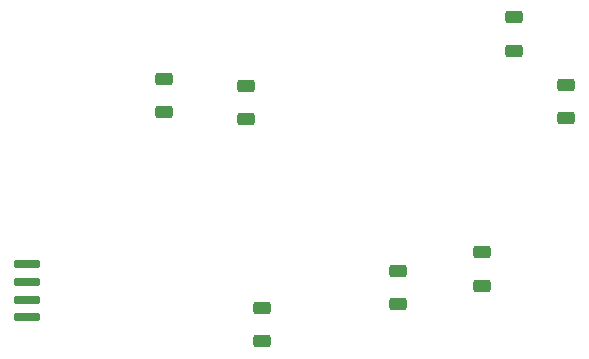
<source format=gbr>
%TF.GenerationSoftware,Altium Limited,Altium Designer,23.9.2 (47)*%
G04 Layer_Color=128*
%FSLAX45Y45*%
%MOMM*%
%TF.SameCoordinates,F1AFF133-CB08-443C-B5AD-2193434A7FAF*%
%TF.FilePolarity,Positive*%
%TF.FileFunction,Paste,Bot*%
%TF.Part,Single*%
G01*
G75*
%TA.AperFunction,SMDPad,CuDef*%
G04:AMPARAMS|DCode=107|XSize=2.2mm|YSize=0.7mm|CornerRadius=0.175mm|HoleSize=0mm|Usage=FLASHONLY|Rotation=180.000|XOffset=0mm|YOffset=0mm|HoleType=Round|Shape=RoundedRectangle|*
%AMROUNDEDRECTD107*
21,1,2.20000,0.35000,0,0,180.0*
21,1,1.85000,0.70000,0,0,180.0*
1,1,0.35000,-0.92500,0.17500*
1,1,0.35000,0.92500,0.17500*
1,1,0.35000,0.92500,-0.17500*
1,1,0.35000,-0.92500,-0.17500*
%
%ADD107ROUNDEDRECTD107*%
G04:AMPARAMS|DCode=133|XSize=1.45862mm|YSize=1.05862mm|CornerRadius=0.21681mm|HoleSize=0mm|Usage=FLASHONLY|Rotation=180.000|XOffset=0mm|YOffset=0mm|HoleType=Round|Shape=RoundedRectangle|*
%AMROUNDEDRECTD133*
21,1,1.45862,0.62500,0,0,180.0*
21,1,1.02500,1.05862,0,0,180.0*
1,1,0.43362,-0.51250,0.31250*
1,1,0.43362,0.51250,0.31250*
1,1,0.43362,0.51250,-0.31250*
1,1,0.43362,-0.51250,-0.31250*
%
%ADD133ROUNDEDRECTD133*%
D107*
X1660000Y1630000D02*
D03*
Y1480000D02*
D03*
Y1330000D02*
D03*
Y1180000D02*
D03*
D133*
X5780000Y3440000D02*
D03*
Y3720000D02*
D03*
X5510000Y1450000D02*
D03*
Y1730000D02*
D03*
X6220000Y2870000D02*
D03*
Y3150000D02*
D03*
X3510000Y3140000D02*
D03*
Y2860000D02*
D03*
X3650000Y1260000D02*
D03*
Y980000D02*
D03*
X4800000Y1290000D02*
D03*
Y1570000D02*
D03*
X2820000Y3200000D02*
D03*
Y2920000D02*
D03*
%TF.MD5,d3844d2b367b6d1d2bf6f4ef915f13bb*%
M02*

</source>
